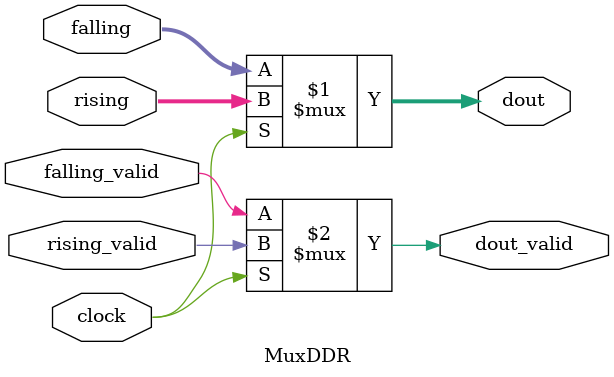
<source format=v>
/*
 * This file is part of the ngDesign SDK.
 *
 * Copyright (c) 2019 Synflow SAS.
 *
 * ngDesign is free software: you can redistribute it and/or modify
 * it under the terms of the GNU General Public License as published by
 * the Free Software Foundation, either version 3 of the License, or
 * (at your option) any later version.
 *
 * ngDesign is distributed in the hope that it will be useful,
 * but WITHOUT ANY WARRANTY; without even the implied warranty of
 * MERCHANTABILITY or FITNESS FOR A PARTICULAR PURPOSE.  See the
 * GNU General Public License for more details.
 *
 * You should have received a copy of the GNU General Public License
 * along with ngDesign.  If not, see <https://www.gnu.org/licenses/>.
 *
 */

/**
 * Title       : MuxDDR
 * Description : Multiplexes two single data rate signals to generate a Double Data Rate signal
 * Authors     : Matthieu Wipliez <matthieu.wipliez@synflow.com>
 */
module MuxDDR
  #(parameter width = 0)
  (
    input clock,
    input rising_valid,
    input [width - 1 : 0] rising,
    input falling_valid,
    input [width - 1 : 0] falling,
    output dout_valid,
    output [width - 1 : 0] dout
  );

  assign dout = clock ? rising : falling;
  assign dout_valid = clock ? rising_valid : falling_valid;

endmodule

</source>
